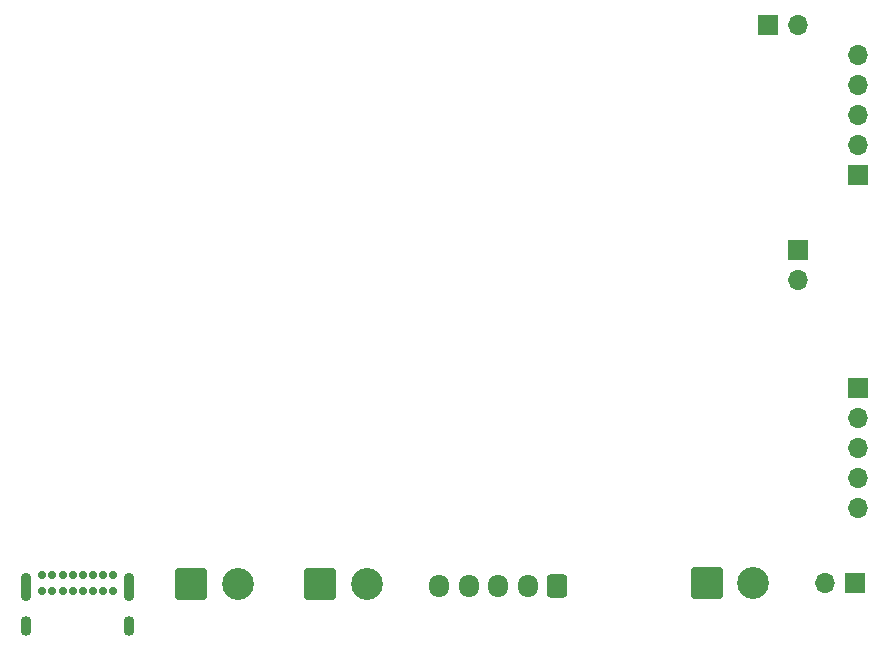
<source format=gbr>
%TF.GenerationSoftware,KiCad,Pcbnew,6.0.11+dfsg-1~bpo11+1*%
%TF.CreationDate,2024-03-21T15:22:21-05:00*%
%TF.ProjectId,BTMS,42544d53-2e6b-4696-9361-645f70636258,rev?*%
%TF.SameCoordinates,Original*%
%TF.FileFunction,Soldermask,Bot*%
%TF.FilePolarity,Negative*%
%FSLAX46Y46*%
G04 Gerber Fmt 4.6, Leading zero omitted, Abs format (unit mm)*
G04 Created by KiCad (PCBNEW 6.0.11+dfsg-1~bpo11+1) date 2024-03-21 15:22:21*
%MOMM*%
%LPD*%
G01*
G04 APERTURE LIST*
G04 Aperture macros list*
%AMRoundRect*
0 Rectangle with rounded corners*
0 $1 Rounding radius*
0 $2 $3 $4 $5 $6 $7 $8 $9 X,Y pos of 4 corners*
0 Add a 4 corners polygon primitive as box body*
4,1,4,$2,$3,$4,$5,$6,$7,$8,$9,$2,$3,0*
0 Add four circle primitives for the rounded corners*
1,1,$1+$1,$2,$3*
1,1,$1+$1,$4,$5*
1,1,$1+$1,$6,$7*
1,1,$1+$1,$8,$9*
0 Add four rect primitives between the rounded corners*
20,1,$1+$1,$2,$3,$4,$5,0*
20,1,$1+$1,$4,$5,$6,$7,0*
20,1,$1+$1,$6,$7,$8,$9,0*
20,1,$1+$1,$8,$9,$2,$3,0*%
G04 Aperture macros list end*
%ADD10RoundRect,0.250001X-1.099999X-1.099999X1.099999X-1.099999X1.099999X1.099999X-1.099999X1.099999X0*%
%ADD11C,2.700000*%
%ADD12C,0.700000*%
%ADD13O,0.900000X2.400000*%
%ADD14O,0.900000X1.700000*%
%ADD15R,1.700000X1.700000*%
%ADD16O,1.700000X1.700000*%
%ADD17RoundRect,0.250000X0.600000X0.725000X-0.600000X0.725000X-0.600000X-0.725000X0.600000X-0.725000X0*%
%ADD18O,1.700000X1.950000*%
G04 APERTURE END LIST*
D10*
%TO.C,J5*%
X171631000Y-145542000D03*
D11*
X175591000Y-145542000D03*
%TD*%
D10*
%TO.C,J4*%
X138917000Y-145625000D03*
D11*
X142877000Y-145625000D03*
%TD*%
D12*
%TO.C,J2*%
X115389000Y-144819000D03*
X116239000Y-144819000D03*
X117089000Y-144819000D03*
X117939000Y-144819000D03*
X118789000Y-144819000D03*
X119639000Y-144819000D03*
X120489000Y-144819000D03*
X121339000Y-144819000D03*
X121339000Y-146169000D03*
X120489000Y-146169000D03*
X119639000Y-146169000D03*
X118789000Y-146169000D03*
X117939000Y-146169000D03*
X117089000Y-146169000D03*
X116239000Y-146169000D03*
X115389000Y-146169000D03*
D13*
X114039000Y-145799000D03*
D14*
X114039000Y-149179000D03*
D13*
X122689000Y-145799000D03*
D14*
X122689000Y-149179000D03*
%TD*%
D10*
%TO.C,J3*%
X127995000Y-145625000D03*
D11*
X131955000Y-145625000D03*
%TD*%
D15*
%TO.C,J7*%
X179324000Y-117343000D03*
D16*
X179324000Y-119883000D03*
%TD*%
D15*
%TO.C,J8*%
X184150000Y-145542000D03*
D16*
X181610000Y-145542000D03*
%TD*%
D15*
%TO.C,J9*%
X184404000Y-110998000D03*
D16*
X184404000Y-108458000D03*
X184404000Y-105918000D03*
X184404000Y-103378000D03*
X184404000Y-100838000D03*
%TD*%
D17*
%TO.C,J1*%
X158964000Y-145796000D03*
D18*
X156464000Y-145796000D03*
X153964000Y-145796000D03*
X151464000Y-145796000D03*
X148964000Y-145796000D03*
%TD*%
D15*
%TO.C,J6*%
X184404000Y-129032000D03*
D16*
X184404000Y-131572000D03*
X184404000Y-134112000D03*
X184404000Y-136652000D03*
X184404000Y-139192000D03*
%TD*%
D15*
%TO.C,J10*%
X176779000Y-98298000D03*
D16*
X179319000Y-98298000D03*
%TD*%
M02*

</source>
